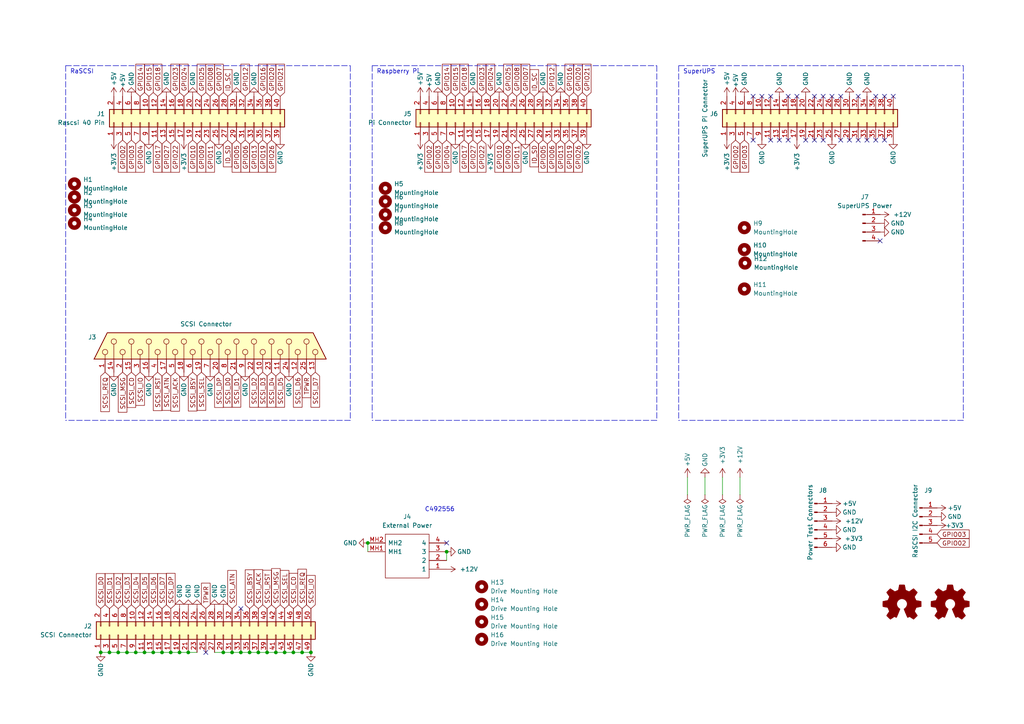
<source format=kicad_sch>
(kicad_sch (version 20211123) (generator eeschema)
  (paper "A4")
  (lib_symbols
    (symbol "Connector:Conn_01x04_Male" (pin_names (offset 1.016) hide)
      (property "Reference" "J" (at 0 5.08 0))
      (property "Value" "Conn_01x04_Male" (at 0 -7.62 0))
      (symbol "Conn_01x04_Male_1_1"
        (pin passive line (at 5.08 2.54 180) (length 3.81) (name "Pin_1") (number "1"))
        (pin passive line (at 5.08 0 180) (length 3.81) (name "Pin_2") (number "2"))
        (pin passive line (at 5.08 -2.54 180) (length 3.81) (name "Pin_3") (number "3"))
        (pin passive line (at 5.08 -5.08 180) (length 3.81) (name "Pin_4") (number "4"))
      )
    )
    (symbol "Connector:Conn_01x05_Male" (pin_names (offset 1.016) hide)
      (property "Reference" "J" (at 0 7.62 0))
      (property "Value" "Conn_01x05_Male" (at 0 -7.62 0))
      (symbol "Conn_01x05_Male_1_1"
        (pin passive line (at 5.08 5.08 180) (length 3.81) (name "Pin_1") (number "1"))
        (pin passive line (at 5.08 2.54 180) (length 3.81) (name "Pin_2") (number "2"))
        (pin passive line (at 5.08 0 180) (length 3.81) (name "Pin_3") (number "3"))
        (pin passive line (at 5.08 -2.54 180) (length 3.81) (name "Pin_4") (number "4"))
        (pin passive line (at 5.08 -5.08 180) (length 3.81) (name "Pin_5") (number "5"))
      )
    )
    (symbol "Connector:Conn_01x06_Male" (pin_names (offset 1.016) hide)
      (property "Reference" "J" (at 0 7.62 0))
      (property "Value" "Conn_01x06_Male" (at 0 -10.16 0))
      (symbol "Conn_01x06_Male_1_1"
        (pin passive line (at 5.08 5.08 180) (length 3.81) (name "Pin_1") (number "1"))
        (pin passive line (at 5.08 2.54 180) (length 3.81) (name "Pin_2") (number "2"))
        (pin passive line (at 5.08 0 180) (length 3.81) (name "Pin_3") (number "3"))
        (pin passive line (at 5.08 -2.54 180) (length 3.81) (name "Pin_4") (number "4"))
        (pin passive line (at 5.08 -5.08 180) (length 3.81) (name "Pin_5") (number "5"))
        (pin passive line (at 5.08 -7.62 180) (length 3.81) (name "Pin_6") (number "6"))
      )
    )
    (symbol "Connector:DB25_Female" (pin_names (offset 1.016) hide)
      (property "Reference" "J" (at 0 34.29 0))
      (property "Value" "DB25_Female" (at 0 -34.925 0))
      (symbol "DB25_Female_1_1"
        (pin passive line (at -7.62 30.48 0) (length 3.81) (name "1") (number "1"))
        (pin passive line (at -7.62 -15.24 0) (length 3.81) (name "10") (number "10"))
        (pin passive line (at -7.62 -20.32 0) (length 3.81) (name "11") (number "11"))
        (pin passive line (at -7.62 -25.4 0) (length 3.81) (name "12") (number "12"))
        (pin passive line (at -7.62 -30.48 0) (length 3.81) (name "13") (number "13"))
        (pin passive line (at -7.62 27.94 0) (length 3.81) (name "P14") (number "14"))
        (pin passive line (at -7.62 22.86 0) (length 3.81) (name "P15") (number "15"))
        (pin passive line (at -7.62 17.78 0) (length 3.81) (name "P16") (number "16"))
        (pin passive line (at -7.62 12.7 0) (length 3.81) (name "P17") (number "17"))
        (pin passive line (at -7.62 7.62 0) (length 3.81) (name "P18") (number "18"))
        (pin passive line (at -7.62 2.54 0) (length 3.81) (name "P19") (number "19"))
        (pin passive line (at -7.62 25.4 0) (length 3.81) (name "2") (number "2"))
        (pin passive line (at -7.62 -2.54 0) (length 3.81) (name "P20") (number "20"))
        (pin passive line (at -7.62 -7.62 0) (length 3.81) (name "P21") (number "21"))
        (pin passive line (at -7.62 -12.7 0) (length 3.81) (name "P22") (number "22"))
        (pin passive line (at -7.62 -17.78 0) (length 3.81) (name "P23") (number "23"))
        (pin passive line (at -7.62 -22.86 0) (length 3.81) (name "P24") (number "24"))
        (pin passive line (at -7.62 -27.94 0) (length 3.81) (name "P25") (number "25"))
        (pin passive line (at -7.62 20.32 0) (length 3.81) (name "3") (number "3"))
        (pin passive line (at -7.62 15.24 0) (length 3.81) (name "4") (number "4"))
        (pin passive line (at -7.62 10.16 0) (length 3.81) (name "5") (number "5"))
        (pin passive line (at -7.62 5.08 0) (length 3.81) (name "6") (number "6"))
        (pin passive line (at -7.62 0 0) (length 3.81) (name "7") (number "7"))
        (pin passive line (at -7.62 -5.08 0) (length 3.81) (name "8") (number "8"))
        (pin passive line (at -7.62 -10.16 0) (length 3.81) (name "9") (number "9"))
      )
    )
    (symbol "Connector_Generic:Conn_02x20_Odd_Even" (pin_names (offset 1.016) hide)
      (property "Reference" "J" (at 1.27 25.4 0))
      (property "Value" "Conn_02x20_Odd_Even" (at 1.27 -27.94 0))
      (symbol "Conn_02x20_Odd_Even_1_1"
        (pin passive line (at -5.08 22.86 0) (length 3.81) (name "Pin_1") (number "1"))
        (pin passive line (at 7.62 12.7 180) (length 3.81) (name "Pin_10") (number "10"))
        (pin passive line (at -5.08 10.16 0) (length 3.81) (name "Pin_11") (number "11"))
        (pin passive line (at 7.62 10.16 180) (length 3.81) (name "Pin_12") (number "12"))
        (pin passive line (at -5.08 7.62 0) (length 3.81) (name "Pin_13") (number "13"))
        (pin passive line (at 7.62 7.62 180) (length 3.81) (name "Pin_14") (number "14"))
        (pin passive line (at -5.08 5.08 0) (length 3.81) (name "Pin_15") (number "15"))
        (pin passive line (at 7.62 5.08 180) (length 3.81) (name "Pin_16") (number "16"))
        (pin passive line (at -5.08 2.54 0) (length 3.81) (name "Pin_17") (number "17"))
        (pin passive line (at 7.62 2.54 180) (length 3.81) (name "Pin_18") (number "18"))
        (pin passive line (at -5.08 0 0) (length 3.81) (name "Pin_19") (number "19"))
        (pin passive line (at 7.62 22.86 180) (length 3.81) (name "Pin_2") (number "2"))
        (pin passive line (at 7.62 0 180) (length 3.81) (name "Pin_20") (number "20"))
        (pin passive line (at -5.08 -2.54 0) (length 3.81) (name "Pin_21") (number "21"))
        (pin passive line (at 7.62 -2.54 180) (length 3.81) (name "Pin_22") (number "22"))
        (pin passive line (at -5.08 -5.08 0) (length 3.81) (name "Pin_23") (number "23"))
        (pin passive line (at 7.62 -5.08 180) (length 3.81) (name "Pin_24") (number "24"))
        (pin passive line (at -5.08 -7.62 0) (length 3.81) (name "Pin_25") (number "25"))
        (pin passive line (at 7.62 -7.62 180) (length 3.81) (name "Pin_26") (number "26"))
        (pin passive line (at -5.08 -10.16 0) (length 3.81) (name "Pin_27") (number "27"))
        (pin passive line (at 7.62 -10.16 180) (length 3.81) (name "Pin_28") (number "28"))
        (pin passive line (at -5.08 -12.7 0) (length 3.81) (name "Pin_29") (number "29"))
        (pin passive line (at -5.08 20.32 0) (length 3.81) (name "Pin_3") (number "3"))
        (pin passive line (at 7.62 -12.7 180) (length 3.81) (name "Pin_30") (number "30"))
        (pin passive line (at -5.08 -15.24 0) (length 3.81) (name "Pin_31") (number "31"))
        (pin passive line (at 7.62 -15.24 180) (length 3.81) (name "Pin_32") (number "32"))
        (pin passive line (at -5.08 -17.78 0) (length 3.81) (name "Pin_33") (number "33"))
        (pin passive line (at 7.62 -17.78 180) (length 3.81) (name "Pin_34") (number "34"))
        (pin passive line (at -5.08 -20.32 0) (length 3.81) (name "Pin_35") (number "35"))
        (pin passive line (at 7.62 -20.32 180) (length 3.81) (name "Pin_36") (number "36"))
        (pin passive line (at -5.08 -22.86 0) (length 3.81) (name "Pin_37") (number "37"))
        (pin passive line (at 7.62 -22.86 180) (length 3.81) (name "Pin_38") (number "38"))
        (pin passive line (at -5.08 -25.4 0) (length 3.81) (name "Pin_39") (number "39"))
        (pin passive line (at 7.62 20.32 180) (length 3.81) (name "Pin_4") (number "4"))
        (pin passive line (at 7.62 -25.4 180) (length 3.81) (name "Pin_40") (number "40"))
        (pin passive line (at -5.08 17.78 0) (length 3.81) (name "Pin_5") (number "5"))
        (pin passive line (at 7.62 17.78 180) (length 3.81) (name "Pin_6") (number "6"))
        (pin passive line (at -5.08 15.24 0) (length 3.81) (name "Pin_7") (number "7"))
        (pin passive line (at 7.62 15.24 180) (length 3.81) (name "Pin_8") (number "8"))
        (pin passive line (at -5.08 12.7 0) (length 3.81) (name "Pin_9") (number "9"))
      )
    )
    (symbol "Connector_Generic:Conn_02x25_Odd_Even" (pin_names (offset 1.016) hide)
      (property "Reference" "J" (at 1.27 33.02 0))
      (property "Value" "Conn_02x25_Odd_Even" (at 1.27 -33.02 0))
      (symbol "Conn_02x25_Odd_Even_1_1"
        (pin passive line (at -5.08 30.48 0) (length 3.81) (name "Pin_1") (number "1"))
        (pin passive line (at 7.62 20.32 180) (length 3.81) (name "Pin_10") (number "10"))
        (pin passive line (at -5.08 17.78 0) (length 3.81) (name "Pin_11") (number "11"))
        (pin passive line (at 7.62 17.78 180) (length 3.81) (name "Pin_12") (number "12"))
        (pin passive line (at -5.08 15.24 0) (length 3.81) (name "Pin_13") (number "13"))
        (pin passive line (at 7.62 15.24 180) (length 3.81) (name "Pin_14") (number "14"))
        (pin passive line (at -5.08 12.7 0) (length 3.81) (name "Pin_15") (number "15"))
        (pin passive line (at 7.62 12.7 180) (length 3.81) (name "Pin_16") (number "16"))
        (pin passive line (at -5.08 10.16 0) (length 3.81) (name "Pin_17") (number "17"))
        (pin passive line (at 7.62 10.16 180) (length 3.81) (name "Pin_18") (number "18"))
        (pin passive line (at -5.08 7.62 0) (length 3.81) (name "Pin_19") (number "19"))
        (pin passive line (at 7.62 30.48 180) (length 3.81) (name "Pin_2") (number "2"))
        (pin passive line (at 7.62 7.62 180) (length 3.81) (name "Pin_20") (number "20"))
        (pin passive line (at -5.08 5.08 0) (length 3.81) (name "Pin_21") (number "21"))
        (pin passive line (at 7.62 5.08 180) (length 3.81) (name "Pin_22") (number "22"))
        (pin passive line (at -5.08 2.54 0) (length 3.81) (name "Pin_23") (number "23"))
        (pin passive line (at 7.62 2.54 180) (length 3.81) (name "Pin_24") (number "24"))
        (pin passive line (at -5.08 0 0) (length 3.81) (name "Pin_25") (number "25"))
        (pin passive line (at 7.62 0 180) (length 3.81) (name "Pin_26") (number "26"))
        (pin passive line (at -5.08 -2.54 0) (length 3.81) (name "Pin_27") (number "27"))
        (pin passive line (at 7.62 -2.54 180) (length 3.81) (name "Pin_28") (number "28"))
        (pin passive line (at -5.08 -5.08 0) (length 3.81) (name "Pin_29") (number "29"))
        (pin passive line (at -5.08 27.94 0) (length 3.81) (name "Pin_3") (number "3"))
        (pin passive line (at 7.62 -5.08 180) (length 3.81) (name "Pin_30") (number "30"))
        (pin passive line (at -5.08 -7.62 0) (length 3.81) (name "Pin_31") (number "31"))
        (pin passive line (at 7.62 -7.62 180) (length 3.81) (name "Pin_32") (number "32"))
        (pin passive line (at -5.08 -10.16 0) (length 3.81) (name "Pin_33") (number "33"))
        (pin passive line (at 7.62 -10.16 180) (length 3.81) (name "Pin_34") (number "34"))
        (pin passive line (at -5.08 -12.7 0) (length 3.81) (name "Pin_35") (number "35"))
        (pin passive line (at 7.62 -12.7 180) (length 3.81) (name "Pin_36") (number "36"))
        (pin passive line (at -5.08 -15.24 0) (length 3.81) (name "Pin_37") (number "37"))
        (pin passive line (at 7.62 -15.24 180) (length 3.81) (name "Pin_38") (number "38"))
        (pin passive line (at -5.08 -17.78 0) (length 3.81) (name "Pin_39") (number "39"))
        (pin passive line (at 7.62 27.94 180) (length 3.81) (name "Pin_4") (number "4"))
        (pin passive line (at 7.62 -17.78 180) (length 3.81) (name "Pin_40") (number "40"))
        (pin passive line (at -5.08 -20.32 0) (length 3.81) (name "Pin_41") (number "41"))
        (pin passive line (at 7.62 -20.32 180) (length 3.81) (name "Pin_42") (number "42"))
        (pin passive line (at -5.08 -22.86 0) (length 3.81) (name "Pin_43") (number "43"))
        (pin passive line (at 7.62 -22.86 180) (length 3.81) (name "Pin_44") (number "44"))
        (pin passive line (at -5.08 -25.4 0) (length 3.81) (name "Pin_45") (number "45"))
        (pin passive line (at 7.62 -25.4 180) (length 3.81) (name "Pin_46") (number "46"))
        (pin passive line (at -5.08 -27.94 0) (length 3.81) (name "Pin_47") (number "47"))
        (pin passive line (at 7.62 -27.94 180) (length 3.81) (name "Pin_48") (number "48"))
        (pin passive line (at -5.08 -30.48 0) (length 3.81) (name "Pin_49") (number "49"))
        (pin passive line (at -5.08 25.4 0) (length 3.81) (name "Pin_5") (number "5"))
        (pin passive line (at 7.62 -30.48 180) (length 3.81) (name "Pin_50") (number "50"))
        (pin passive line (at 7.62 25.4 180) (length 3.81) (name "Pin_6") (number "6"))
        (pin passive line (at -5.08 22.86 0) (length 3.81) (name "Pin_7") (number "7"))
        (pin passive line (at 7.62 22.86 180) (length 3.81) (name "Pin_8") (number "8"))
        (pin passive line (at -5.08 20.32 0) (length 3.81) (name "Pin_9") (number "9"))
      )
    )
    (symbol "Graphic:Logo_Open_Hardware_Small" (pin_names (offset 1.016)))
    (symbol "Mechanical:MountingHole" (pin_names (offset 1.016))
      (property "Reference" "H" (at 0 5.08 0))
      (property "Value" "MountingHole" (at 0 3.175 0))
    )
    (symbol "SamacSys_Parts:174804-1" (pin_names (offset 0.762))
      (property "Reference" "J" (at 19.05 7.62 0))
      (property "Value" "174804-1" (at 19.05 5.08 0))
      (symbol "174804-1_0_0"
        (pin passive line (at 22.86 -7.62 180) (length 5.08) (name "1") (number "1"))
        (pin passive line (at 22.86 -5.08 180) (length 5.08) (name "2") (number "2"))
        (pin passive line (at 22.86 -2.54 180) (length 5.08) (name "3") (number "3"))
        (pin passive line (at 22.86 0 180) (length 5.08) (name "4") (number "4"))
        (pin passive line (at 0 -2.54 0) (length 5.08) (name "MH1") (number "MH1"))
        (pin passive line (at 0 0 0) (length 5.08) (name "MH2") (number "MH2"))
      )
    )
    (symbol "power:+12V" (power) (pin_names (offset 0))
      (property "Value" "+12V" (at 0 3.556 0))
      (symbol "+12V_1_1"
        (pin power_in line (at 0 0 90) (length 0) hide (name "+12V") (number "1"))
      )
    )
    (symbol "power:+3.3V" (power) (pin_names (offset 0))
      (property "Value" "+3.3V" (at 0 3.556 0))
      (symbol "+3.3V_1_1"
        (pin power_in line (at 0 0 90) (length 0) hide (name "+3V3") (number "1"))
      )
    )
    (symbol "power:+5V" (power) (pin_names (offset 0))
      (property "Value" "+5V" (at 0 3.556 0))
      (symbol "+5V_1_1"
        (pin power_in line (at 0 0 90) (length 0) hide (name "+5V") (number "1"))
      )
    )
    (symbol "power:GND" (power) (pin_names (offset 0))
      (property "Value" "GND" (at 0 -3.81 0))
      (symbol "GND_1_1"
        (pin power_in line (at 0 0 270) (length 0) hide (name "GND") (number "1"))
      )
    )
    (symbol "power:PWR_FLAG" (power) (pin_numbers hide) (pin_names (offset 0) hide)
      (property "Value" "PWR_FLAG" (at 0 3.81 0))
      (symbol "PWR_FLAG_0_0"
        (pin power_out line (at 0 0 90) (length 0) (name "pwr") (number "1"))
      )
    )
  )
  (junction (at 74.93 189.23))
  (junction (at 29.21 189.23))
  (junction (at 82.55 189.23))
  (junction (at 52.07 189.23))
  (junction (at 49.53 189.23))
  (junction (at 44.45 189.23))
  (junction (at 34.29 189.23))
  (junction (at 72.39 189.23))
  (junction (at 31.75 189.23))
  (junction (at 90.17 189.23))
  (junction (at 54.61 189.23))
  (junction (at 85.09 189.23))
  (junction (at 64.77 189.23))
  (junction (at 36.83 189.23))
  (junction (at 106.68 157.48))
  (junction (at 67.31 189.23))
  (junction (at 41.91 189.23))
  (junction (at 46.99 189.23))
  (junction (at 39.37 189.23))
  (junction (at 69.85 189.23))
  (junction (at 77.47 189.23))
  (junction (at 129.54 160.02))
  (junction (at 87.63 189.23))
  (junction (at 80.01 189.23))
  (no_connect (at 69.85 176.53))
  (no_connect (at 255.27 69.85))
  (no_connect (at 129.54 157.48))
  (no_connect (at 236.22 27.94))
  (no_connect (at 238.76 27.94))
  (no_connect (at 254 40.64))
  (no_connect (at 256.54 40.64))
  (no_connect (at 238.76 40.64))
  (no_connect (at 243.84 40.64))
  (no_connect (at 248.92 40.64))
  (no_connect (at 246.38 40.64))
  (no_connect (at 251.46 40.64))
  (no_connect (at 218.44 27.94))
  (no_connect (at 220.98 27.94))
  (no_connect (at 223.52 27.94))
  (no_connect (at 228.6 27.94))
  (no_connect (at 231.14 27.94))
  (no_connect (at 218.44 40.64))
  (no_connect (at 223.52 40.64))
  (no_connect (at 226.06 40.64))
  (no_connect (at 228.6 40.64))
  (no_connect (at 236.22 40.64))
  (no_connect (at 241.3 27.94))
  (no_connect (at 243.84 27.94))
  (no_connect (at 248.92 27.94))
  (no_connect (at 254 27.94))
  (no_connect (at 256.54 27.94))
  (no_connect (at 259.08 27.94))
  (no_connect (at 233.68 40.64))
  (no_connect (at 59.69 189.23))
  (wire (pts (xy 31.75 189.23) (xy 34.29 189.23)))
  (wire (pts (xy 74.93 189.23) (xy 77.47 189.23)))
  (wire (pts (xy 62.23 189.23) (xy 64.77 189.23)))
  (wire (pts (xy 87.63 189.23) (xy 90.17 189.23)))
  (wire (pts (xy 49.53 189.23) (xy 52.07 189.23)))
  (wire (pts (xy 46.99 189.23) (xy 49.53 189.23)))
  (polyline (pts (xy 19.05 19.05) (xy 19.05 121.92)))
  (wire (pts (xy 85.09 189.23) (xy 87.63 189.23)))
  (wire (pts (xy 80.01 189.23) (xy 82.55 189.23)))
  (wire (pts (xy 39.37 189.23) (xy 41.91 189.23)))
  (wire (pts (xy 34.29 189.23) (xy 36.83 189.23)))
  (polyline (pts (xy 279.4 121.92) (xy 196.85 121.92)))
  (wire (pts (xy 204.47 138.43) (xy 204.47 143.51)))
  (wire (pts (xy 67.31 189.23) (xy 69.85 189.23)))
  (wire (pts (xy 44.45 189.23) (xy 46.99 189.23)))
  (polyline (pts (xy 107.95 19.05) (xy 107.95 121.92)))
  (wire (pts (xy 69.85 189.23) (xy 72.39 189.23)))
  (wire (pts (xy 29.21 189.23) (xy 31.75 189.23)))
  (polyline (pts (xy 190.5 19.05) (xy 190.5 121.92)))
  (wire (pts (xy 41.91 189.23) (xy 44.45 189.23)))
  (wire (pts (xy 77.47 189.23) (xy 80.01 189.23)))
  (wire (pts (xy 199.39 138.43) (xy 199.39 143.51)))
  (polyline (pts (xy 107.95 19.05) (xy 190.5 19.05)))
  (polyline (pts (xy 196.85 19.05) (xy 196.85 121.92)))
  (polyline (pts (xy 196.85 19.05) (xy 279.4 19.05)))
  (wire (pts (xy 214.63 138.43) (xy 214.63 143.51)))
  (polyline (pts (xy 279.4 19.05) (xy 279.4 121.92)))
  (polyline (pts (xy 101.6 121.92) (xy 19.05 121.92)))
  (polyline (pts (xy 19.05 19.05) (xy 101.6 19.05)))
  (wire (pts (xy 52.07 189.23) (xy 54.61 189.23)))
  (wire (pts (xy 64.77 189.23) (xy 67.31 189.23)))
  (wire (pts (xy 36.83 189.23) (xy 39.37 189.23)))
  (polyline (pts (xy 190.5 121.92) (xy 107.95 121.92)))
  (wire (pts (xy 106.68 157.48) (xy 106.68 160.02)))
  (wire (pts (xy 82.55 189.23) (xy 85.09 189.23)))
  (polyline (pts (xy 101.6 19.05) (xy 101.6 121.92)))
  (wire (pts (xy 72.39 189.23) (xy 74.93 189.23)))
  (wire (pts (xy 129.54 160.02) (xy 129.54 162.56)))
  (wire (pts (xy 209.55 138.43) (xy 209.55 143.51)))
  (wire (pts (xy 54.61 189.23) (xy 57.15 189.23)))
  (text "C492556" (at 123.19 148.59 0) (effects (font (size 1.27 1.27)) (justify left bottom)))
  (text "RaSCSI" (at 20.32 21.59 0) (effects (font (size 1.27 1.27)) (justify left bottom)))
  (text "SuperUPS" (at 198.12 21.59 0) (effects (font (size 1.27 1.27)) (justify left bottom)))
  (text "Raspberry Pi" (at 109.22 21.59 0) (effects (font (size 1.27 1.27)) (justify left bottom)))
  (global_label "GPIO02" (shape input) (at 124.46 40.64 270) (property "Intersheet References" "${INTERSHEET_REFS}" (effects hide)))
  (global_label "GPIO11" (shape input) (at 149.86 40.64 270) (property "Intersheet References" "${INTERSHEET_REFS}" (effects hide)))
  (global_label "SCSI_D3" (shape input) (at 36.83 176.53 90) (property "Intersheet References" "${INTERSHEET_REFS}" (effects hide)))
  (global_label "SCSI_IO" (shape input) (at 90.17 176.53 90) (property "Intersheet References" "${INTERSHEET_REFS}" (effects hide)))
  (global_label "GPIO02" (shape input) (at 213.36 40.64 270) (property "Intersheet References" "${INTERSHEET_REFS}" (effects hide)))
  (global_label "SCSI_D6" (shape input) (at 44.45 176.53 90) (property "Intersheet References" "${INTERSHEET_REFS}" (effects hide)))
  (global_label "SCSI_CD" (shape input) (at 38.1 107.95 270) (property "Intersheet References" "${INTERSHEET_REFS}" (effects hide)))
  (global_label "GPIO16" (shape input) (at 165.1 27.94 90) (property "Intersheet References" "${INTERSHEET_REFS}" (effects hide)))
  (global_label "SCSI_D3" (shape input) (at 76.2 107.95 270) (property "Intersheet References" "${INTERSHEET_REFS}" (effects hide)))
  (global_label "SCSI_DP" (shape input) (at 63.5 107.95 270) (property "Intersheet References" "${INTERSHEET_REFS}" (effects hide)))
  (global_label "SCSI_ACK" (shape input) (at 74.93 176.53 90) (property "Intersheet References" "${INTERSHEET_REFS}" (effects hide)))
  (global_label "GPIO14" (shape input) (at 40.64 27.94 90) (property "Intersheet References" "${INTERSHEET_REFS}" (effects hide)))
  (global_label "GPIO06" (shape input) (at 71.12 40.64 270) (property "Intersheet References" "${INTERSHEET_REFS}" (effects hide)))
  (global_label "SCSI_SEL" (shape input) (at 82.55 176.53 90) (property "Intersheet References" "${INTERSHEET_REFS}" (effects hide)))
  (global_label "GPIO21" (shape input) (at 170.18 27.94 90) (property "Intersheet References" "${INTERSHEET_REFS}" (effects hide)))
  (global_label "GPIO22" (shape input) (at 50.8 40.64 270) (property "Intersheet References" "${INTERSHEET_REFS}" (effects hide)))
  (global_label "SCSI_REQ" (shape input) (at 30.48 107.95 270) (property "Intersheet References" "${INTERSHEET_REFS}" (effects hide)))
  (global_label "GPIO04" (shape input) (at 129.54 40.64 270) (property "Intersheet References" "${INTERSHEET_REFS}" (effects hide)))
  (global_label "GPIO02" (shape input) (at 271.78 157.48 0) (property "Intersheet References" "${INTERSHEET_REFS}" (effects hide)))
  (global_label "GPIO10" (shape input) (at 55.88 40.64 270) (property "Intersheet References" "${INTERSHEET_REFS}" (effects hide)))
  (global_label "SCSI_MSG" (shape input) (at 35.56 107.95 270) (property "Intersheet References" "${INTERSHEET_REFS}" (effects hide)))
  (global_label "SCSI_RST" (shape input) (at 77.47 176.53 90) (property "Intersheet References" "${INTERSHEET_REFS}" (effects hide)))
  (global_label "GPIO03" (shape input) (at 271.78 154.94 0) (property "Intersheet References" "${INTERSHEET_REFS}" (effects hide)))
  (global_label "GPIO09" (shape input) (at 147.32 40.64 270) (property "Intersheet References" "${INTERSHEET_REFS}" (effects hide)))
  (global_label "ID_SC" (shape input) (at 66.04 27.94 90) (property "Intersheet References" "${INTERSHEET_REFS}" (effects hide)))
  (global_label "GPIO26" (shape input) (at 167.64 40.64 270) (property "Intersheet References" "${INTERSHEET_REFS}" (effects hide)))
  (global_label "SCSI_D0" (shape input) (at 66.04 107.95 270) (property "Intersheet References" "${INTERSHEET_REFS}" (effects hide)))
  (global_label "GPIO26" (shape input) (at 78.74 40.64 270) (property "Intersheet References" "${INTERSHEET_REFS}" (effects hide)))
  (global_label "GPIO18" (shape input) (at 45.72 27.94 90) (property "Intersheet References" "${INTERSHEET_REFS}" (effects hide)))
  (global_label "SCSI_IO" (shape input) (at 40.64 107.95 270) (property "Intersheet References" "${INTERSHEET_REFS}" (effects hide)))
  (global_label "GPIO11" (shape input) (at 60.96 40.64 270) (property "Intersheet References" "${INTERSHEET_REFS}" (effects hide)))
  (global_label "SCSI_D1" (shape input) (at 31.75 176.53 90) (property "Intersheet References" "${INTERSHEET_REFS}" (effects hide)))
  (global_label "SCSI_SEL" (shape input) (at 58.42 107.95 270) (property "Intersheet References" "${INTERSHEET_REFS}" (effects hide)))
  (global_label "ID_SD" (shape input) (at 154.94 40.64 270) (property "Intersheet References" "${INTERSHEET_REFS}" (effects hide)))
  (global_label "GPIO08" (shape input) (at 60.96 27.94 90) (property "Intersheet References" "${INTERSHEET_REFS}" (effects hide)))
  (global_label "SCSI_D1" (shape input) (at 68.58 107.95 270) (property "Intersheet References" "${INTERSHEET_REFS}" (effects hide)))
  (global_label "SCSI_MSG" (shape input) (at 80.01 176.53 90) (property "Intersheet References" "${INTERSHEET_REFS}" (effects hide)))
  (global_label "GPIO16" (shape input) (at 76.2 27.94 90) (property "Intersheet References" "${INTERSHEET_REFS}" (effects hide)))
  (global_label "GPIO14" (shape input) (at 129.54 27.94 90) (property "Intersheet References" "${INTERSHEET_REFS}" (effects hide)))
  (global_label "GPIO13" (shape input) (at 162.56 40.64 270) (property "Intersheet References" "${INTERSHEET_REFS}" (effects hide)))
  (global_label "GPIO19" (shape input) (at 165.1 40.64 270) (property "Intersheet References" "${INTERSHEET_REFS}" (effects hide)))
  (global_label "SCSI_D0" (shape input) (at 29.21 176.53 90) (property "Intersheet References" "${INTERSHEET_REFS}" (effects hide)))
  (global_label "GPIO15" (shape input) (at 132.08 27.94 90) (property "Intersheet References" "${INTERSHEET_REFS}" (effects hide)))
  (global_label "SCSI_ATN" (shape input) (at 48.26 107.95 270) (property "Intersheet References" "${INTERSHEET_REFS}" (effects hide)))
  (global_label "GPIO20" (shape input) (at 167.64 27.94 90) (property "Intersheet References" "${INTERSHEET_REFS}" (effects hide)))
  (global_label "GPIO21" (shape input) (at 81.28 27.94 90) (property "Intersheet References" "${INTERSHEET_REFS}" (effects hide)))
  (global_label "SCSI_CD" (shape input) (at 85.09 176.53 90) (property "Intersheet References" "${INTERSHEET_REFS}" (effects hide)))
  (global_label "GPIO03" (shape input) (at 127 40.64 270) (property "Intersheet References" "${INTERSHEET_REFS}" (effects hide)))
  (global_label "TPWR" (shape input) (at 88.9 107.95 270) (property "Intersheet References" "${INTERSHEET_REFS}" (effects hide)))
  (global_label "SCSI_RST" (shape input) (at 45.72 107.95 270) (property "Intersheet References" "${INTERSHEET_REFS}" (effects hide)))
  (global_label "GPIO18" (shape input) (at 134.62 27.94 90) (property "Intersheet References" "${INTERSHEET_REFS}" (effects hide)))
  (global_label "GPIO04" (shape input) (at 40.64 40.64 270) (property "Intersheet References" "${INTERSHEET_REFS}" (effects hide)))
  (global_label "GPIO20" (shape input) (at 78.74 27.94 90) (property "Intersheet References" "${INTERSHEET_REFS}" (effects hide)))
  (global_label "SCSI_BSY" (shape input) (at 55.88 107.95 270) (property "Intersheet References" "${INTERSHEET_REFS}" (effects hide)))
  (global_label "SCSI_DP" (shape input) (at 49.53 176.53 90) (property "Intersheet References" "${INTERSHEET_REFS}" (effects hide)))
  (global_label "SCSI_D4" (shape input) (at 78.74 107.95 270) (property "Intersheet References" "${INTERSHEET_REFS}" (effects hide)))
  (global_label "SCSI_ACK" (shape input) (at 50.8 107.95 270) (property "Intersheet References" "${INTERSHEET_REFS}" (effects hide)))
  (global_label "GPIO24" (shape input) (at 53.34 27.94 90) (property "Intersheet References" "${INTERSHEET_REFS}" (effects hide)))
  (global_label "GPIO07" (shape input) (at 152.4 27.94 90) (property "Intersheet References" "${INTERSHEET_REFS}" (effects hide)))
  (global_label "SCSI_D2" (shape input) (at 34.29 176.53 90) (property "Intersheet References" "${INTERSHEET_REFS}" (effects hide)))
  (global_label "TPWR" (shape input) (at 59.69 176.53 90) (property "Intersheet References" "${INTERSHEET_REFS}" (effects hide)))
  (global_label "GPIO03" (shape input) (at 38.1 40.64 270) (property "Intersheet References" "${INTERSHEET_REFS}" (effects hide)))
  (global_label "ID_SC" (shape input) (at 154.94 27.94 90) (property "Intersheet References" "${INTERSHEET_REFS}" (effects hide)))
  (global_label "GPIO27" (shape input) (at 137.16 40.64 270) (property "Intersheet References" "${INTERSHEET_REFS}" (effects hide)))
  (global_label "GPIO08" (shape input) (at 149.86 27.94 90) (property "Intersheet References" "${INTERSHEET_REFS}" (effects hide)))
  (global_label "GPIO02" (shape input) (at 35.56 40.64 270) (property "Intersheet References" "${INTERSHEET_REFS}" (effects hide)))
  (global_label "GPIO23" (shape input) (at 139.7 27.94 90) (property "Intersheet References" "${INTERSHEET_REFS}" (effects hide)))
  (global_label "ID_SD" (shape input) (at 66.04 40.64 270) (property "Intersheet References" "${INTERSHEET_REFS}" (effects hide)))
  (global_label "GPIO23" (shape input) (at 50.8 27.94 90) (property "Intersheet References" "${INTERSHEET_REFS}" (effects hide)))
  (global_label "SCSI_D6" (shape input) (at 86.36 107.95 270) (property "Intersheet References" "${INTERSHEET_REFS}" (effects hide)))
  (global_label "GPIO15" (shape input) (at 43.18 27.94 90) (property "Intersheet References" "${INTERSHEET_REFS}" (effects hide)))
  (global_label "GPIO12" (shape input) (at 160.02 27.94 90) (property "Intersheet References" "${INTERSHEET_REFS}" (effects hide)))
  (global_label "GPIO05" (shape input) (at 68.58 40.64 270) (property "Intersheet References" "${INTERSHEET_REFS}" (effects hide)))
  (global_label "SCSI_D4" (shape input) (at 39.37 176.53 90) (property "Intersheet References" "${INTERSHEET_REFS}" (effects hide)))
  (global_label "GPIO10" (shape input) (at 144.78 40.64 270) (property "Intersheet References" "${INTERSHEET_REFS}" (effects hide)))
  (global_label "GPIO19" (shape input) (at 76.2 40.64 270) (property "Intersheet References" "${INTERSHEET_REFS}" (effects hide)))
  (global_label "GPIO05" (shape input) (at 157.48 40.64 270) (property "Intersheet References" "${INTERSHEET_REFS}" (effects hide)))
  (global_label "GPIO24" (shape input) (at 142.24 27.94 90) (property "Intersheet References" "${INTERSHEET_REFS}" (effects hide)))
  (global_label "SCSI_REQ" (shape input) (at 87.63 176.53 90) (property "Intersheet References" "${INTERSHEET_REFS}" (effects hide)))
  (global_label "GPIO13" (shape input) (at 73.66 40.64 270) (property "Intersheet References" "${INTERSHEET_REFS}" (effects hide)))
  (global_label "GPIO09" (shape input) (at 58.42 40.64 270) (property "Intersheet References" "${INTERSHEET_REFS}" (effects hide)))
  (global_label "GPIO27" (shape input) (at 48.26 40.64 270) (property "Intersheet References" "${INTERSHEET_REFS}" (effects hide)))
  (global_label "SCSI_D7" (shape input) (at 91.44 107.95 270) (property "Intersheet References" "${INTERSHEET_REFS}" (effects hide)))
  (global_label "GPIO03" (shape input) (at 215.9 40.64 270) (property "Intersheet References" "${INTERSHEET_REFS}" (effects hide)))
  (global_label "GPIO12" (shape input) (at 71.12 27.94 90) (property "Intersheet References" "${INTERSHEET_REFS}" (effects hide)))
  (global_label "SCSI_D5" (shape input) (at 41.91 176.53 90) (property "Intersheet References" "${INTERSHEET_REFS}" (effects hide)))
  (global_label "SCSI_BSY" (shape input) (at 72.39 176.53 90) (property "Intersheet References" "${INTERSHEET_REFS}" (effects hide)))
  (global_label "GPIO17" (shape input) (at 45.72 40.64 270) (property "Intersheet References" "${INTERSHEET_REFS}" (effects hide)))
  (global_label "GPIO25" (shape input) (at 58.42 27.94 90) (property "Intersheet References" "${INTERSHEET_REFS}" (effects hide)))
  (global_label "GPIO17" (shape input) (at 134.62 40.64 270) (property "Intersheet References" "${INTERSHEET_REFS}" (effects hide)))
  (global_label "SCSI_D2" (shape input) (at 73.66 107.95 270) (property "Intersheet References" "${INTERSHEET_REFS}" (effects hide)))
  (global_label "GPIO25" (shape input) (at 147.32 27.94 90) (property "Intersheet References" "${INTERSHEET_REFS}" (effects hide)))
  (global_label "SCSI_D7" (shape input) (at 46.99 176.53 90) (property "Intersheet References" "${INTERSHEET_REFS}" (effects hide)))
  (global_label "SCSI_D5" (shape input) (at 81.28 107.95 270) (property "Intersheet References" "${INTERSHEET_REFS}" (effects hide)))
  (global_label "GPIO07" (shape input) (at 63.5 27.94 90) (property "Intersheet References" "${INTERSHEET_REFS}" (effects hide)))
  (global_label "GPIO06" (shape input) (at 160.02 40.64 270) (property "Intersheet References" "${INTERSHEET_REFS}" (effects hide)))
  (global_label "SCSI_ATN" (shape input) (at 67.31 176.53 90) (property "Intersheet References" "${INTERSHEET_REFS}" (effects hide)))
  (global_label "GPIO22" (shape input) (at 139.7 40.64 270) (property "Intersheet References" "${INTERSHEET_REFS}" (effects hide)))
  (symbol (lib_id "power:GND") (at 129.54 160.02 90) (unit 1)
    (property "Reference" "#PWR02" (effects hide))
    (property "Value" "GND" (at 134.62 160.02 90))
  )
  (symbol (lib_id "power:GND") (at 241.3 153.67 90) (unit 1)
    (property "Reference" "#PWR011" (effects hide))
    (property "Value" "GND" (at 246.38 153.67 90))
  )
  (symbol (lib_id "power:GND") (at 144.78 27.94 180) (unit 1)
    (property "Reference" "#PWR0123" (effects hide))
    (property "Value" "GND" (at 144.78 22.86 90))
  )
  (symbol (lib_id "power:GND") (at 220.98 40.64 0) (unit 1)
    (property "Reference" "#PWR0136" (effects hide))
    (property "Value" "GND" (at 220.98 45.72 90))
  )
  (symbol (lib_id "power:GND") (at 53.34 107.95 0) (unit 1)
    (property "Reference" "#PWR0143" (effects hide))
    (property "Value" "GND" (at 53.34 113.03 90))
  )
  (symbol (lib_id "power:+5V") (at 121.92 27.94 0) (unit 1)
    (property "Reference" "#PWR0105" (effects hide))
    (property "Value" "+5V" (at 121.92 22.86 90))
  )
  (symbol (lib_id "power:GND") (at 255.27 67.31 90) (unit 1)
    (property "Reference" "#PWR0129" (effects hide))
    (property "Value" "GND" (at 260.35 67.31 90))
  )
  (symbol (lib_id "power:+3.3V") (at 231.14 40.64 180) (unit 1)
    (property "Reference" "#PWR0137" (effects hide))
    (property "Value" "+3.3V" (at 231.14 46.99 90))
  )
  (symbol (lib_id "power:PWR_FLAG") (at 204.47 143.51 180) (unit 1)
    (property "Reference" "#FLG02" (effects hide))
    (property "Value" "PWR_FLAG" (at 204.47 151.13 90))
  )
  (symbol (lib_id "Mechanical:MountingHole") (at 111.76 58.42 0) (unit 1)
    (property "Reference" "H6" (at 114.3 57.1499 0) (effects (justify left)))
    (property "Value" "MountingHole" (at 114.3 59.6899 0) (effects (justify left)))
    (property "Footprint" "MountingHole:MountingHole_2.7mm_M2.5" (effects hide))
  )
  (symbol (lib_id "Mechanical:MountingHole") (at 21.59 64.77 0) (unit 1)
    (property "Reference" "H4" (at 24.13 63.4999 0) (effects (justify left)))
    (property "Value" "MountingHole" (at 24.13 66.0399 0) (effects (justify left)))
    (property "Footprint" "MountingHole:MountingHole_2.7mm_M2.5" (effects hide))
  )
  (symbol (lib_id "power:+3.3V") (at 53.34 40.64 180) (unit 1)
    (property "Reference" "#PWR0120" (effects hide))
    (property "Value" "+3.3V" (at 53.34 46.99 90))
  )
  (symbol (lib_id "power:GND") (at 246.38 27.94 180) (unit 1)
    (property "Reference" "#PWR0132" (effects hide))
    (property "Value" "GND" (at 246.38 22.86 90))
  )
  (symbol (lib_id "Connector:DB25_Female") (at 60.96 100.33 90) (unit 1)
    (property "Reference" "J3" (at 27.94 97.7899 90) (effects (justify left)))
    (property "Value" "SCSI Connector" (at 67.31 93.98 90) (effects (justify left)))
    (property "Footprint" "Connector_Dsub:DSUB-25_Female_Vertical_P2.77x2.84mm" (effects hide))
    (property "Datasheet" " ~" (effects hide))
  )
  (symbol (lib_id "power:+5V") (at 35.56 27.94 0) (unit 1)
    (property "Reference" "#PWR0112" (effects hide))
    (property "Value" "+5V" (at 35.56 25.4 90) (effects (justify left)))
  )
  (symbol (lib_id "Graphic:Logo_Open_Hardware_Small") (at 261.62 175.26 0) (unit 1)
    (property "Reference" "#LOGO?" (effects hide))
    (property "Value" "Logo_Open_Hardware_Small" (effects hide))
    (property "Footprint" "Symbol:KiCad-Logo2_5mm_Copper" (effects hide))
  )
  (symbol (lib_id "power:GND") (at 33.02 107.95 0) (unit 1)
    (property "Reference" "#PWR0141" (effects hide))
    (property "Value" "GND" (at 33.02 113.03 90))
  )
  (symbol (lib_id "power:GND") (at 241.3 40.64 0) (unit 1)
    (property "Reference" "#PWR0135" (effects hide))
    (property "Value" "GND" (at 241.3 45.72 90))
  )
  (symbol (lib_id "power:GND") (at 132.08 40.64 0) (unit 1)
    (property "Reference" "#PWR0101" (effects hide))
    (property "Value" "GND" (at 132.08 45.72 90))
  )
  (symbol (lib_id "power:+5V") (at 210.82 27.94 0) (unit 1)
    (property "Reference" "#PWR0126" (effects hide))
    (property "Value" "+5V" (at 210.82 22.86 90))
  )
  (symbol (lib_id "power:GND") (at 106.68 157.48 270) (unit 1)
    (property "Reference" "#PWR01" (effects hide))
    (property "Value" "GND" (at 101.6 157.48 90))
  )
  (symbol (lib_id "power:GND") (at 170.18 40.64 0) (unit 1)
    (property "Reference" "#PWR0104" (effects hide))
    (property "Value" "GND" (at 170.18 45.72 90))
  )
  (symbol (lib_id "power:+3.3V") (at 241.3 156.21 270) (unit 1)
    (property "Reference" "#PWR012" (effects hide))
    (property "Value" "+3.3V" (at 247.65 156.21 90))
  )
  (symbol (lib_id "power:GND") (at 226.06 27.94 180) (unit 1)
    (property "Reference" "#PWR0134" (effects hide))
    (property "Value" "GND" (at 226.06 22.86 90))
  )
  (symbol (lib_id "power:+12V") (at 241.3 151.13 270) (unit 1)
    (property "Reference" "#PWR010" (effects hide))
    (property "Value" "+12V" (at 245.11 151.13 90) (effects (justify left)))
  )
  (symbol (lib_id "power:GND") (at 215.9 27.94 180) (unit 1)
    (property "Reference" "#PWR0127" (effects hide))
    (property "Value" "GND" (at 215.9 22.86 90))
  )
  (symbol (lib_id "SamacSys_Parts:174804-1") (at 106.68 157.48 0) (unit 1)
    (property "Reference" "J4" (at 118.11 149.86 0))
    (property "Value" "External Power" (at 118.11 152.4 0))
    (property "Footprint" "1748041" (effects hide))
    (property "Datasheet" "https://componentsearchengine.com/Datasheets/1/174804-1.pdf" (effects hide))
    (property "Description" "TE Connectivity MATE-N-LOK Series, 5.08mm Pitch 4 Way Right Angle PCB Header, Solder Termination, 13A" (effects hide))
    (property "Height" "9.2" (effects hide))
    (property "Mouser Part Number" "571-1748041" (effects hide))
    (property "Mouser Price/Stock" "https://www.mouser.com/Search/Refine.aspx?Keyword=571-1748041" (effects hide))
    (property "Manufacturer_Name" "TE Connectivity" (effects hide))
    (property "Manufacturer_Part_Number" "174804-1" (effects hide))
    (property "LCSC" "C492556" (effects hide))
  )
  (symbol (lib_id "Connector:Conn_01x05_Male") (at 266.7 152.4 0) (unit 1)
    (property "Reference" "J9" (at 269.24 142.24 0))
    (property "Value" "RaSCSI I2C Connector" (at 265.43 151.13 90))
    (property "Footprint" "Connector_PinHeader_2.54mm:PinHeader_1x05_P2.54mm_Vertical" (effects hide))
  )
  (symbol (lib_id "power:GND") (at 29.21 189.23 0) (unit 1)
    (property "Reference" "#PWR0147" (effects hide))
    (property "Value" "GND" (at 29.21 194.31 90))
  )
  (symbol (lib_id "power:GND") (at 52.07 176.53 180) (unit 1)
    (property "Reference" "#PWR0148" (effects hide))
    (property "Value" "GND" (at 52.07 171.45 90))
  )
  (symbol (lib_id "Connector:Conn_01x06_Male") (at 236.22 151.13 0) (unit 1)
    (property "Reference" "J8" (at 237.49 142.24 0) (effects (justify left)))
    (property "Value" "Power Test Connectors" (at 234.95 162.56 90) (effects (justify left)))
    (property "Footprint" "Connector_PinHeader_2.54mm:PinHeader_1x06_P2.54mm_Vertical" (effects hide))
  )
  (symbol (lib_id "power:GND") (at 68.58 27.94 180) (unit 1)
    (property "Reference" "#PWR0118" (effects hide))
    (property "Value" "GND" (at 68.58 22.86 90))
  )
  (symbol (lib_id "power:+5V") (at 124.46 27.94 0) (unit 1)
    (property "Reference" "#PWR0106" (effects hide))
    (property "Value" "+5V" (at 124.46 25.4 90) (effects (justify left)))
  )
  (symbol (lib_id "power:GND") (at 64.77 176.53 180) (unit 1)
    (property "Reference" "#PWR0152" (effects hide))
    (property "Value" "GND" (at 64.77 171.45 90))
  )
  (symbol (lib_id "Mechanical:MountingHole") (at 139.7 175.26 0) (unit 1)
    (property "Reference" "H14" (at 142.24 173.9899 0) (effects (justify left)))
    (property "Value" "Drive Mounting Hole" (at 142.24 176.5299 0) (effects (justify left)))
    (property "Footprint" "MountingHole:MountingHole_3.2mm_M3" (effects hide))
  )
  (symbol (lib_id "power:+5V") (at 271.78 147.32 270) (unit 1)
    (property "Reference" "#PWR014" (effects hide))
    (property "Value" "+5V" (at 276.86 147.32 90))
  )
  (symbol (lib_id "power:+3.3V") (at 271.78 152.4 270) (unit 1)
    (property "Reference" "#PWR016" (effects hide))
    (property "Value" "+3.3V" (at 276.86 152.4 90))
  )
  (symbol (lib_id "Mechanical:MountingHole") (at 215.9 83.82 0) (unit 1)
    (property "Reference" "H11" (at 218.44 82.5499 0) (effects (justify left)))
    (property "Value" "MountingHole" (at 218.44 85.0899 0) (effects (justify left)))
    (property "Footprint" "MountingHole:MountingHole_2.7mm_M2.5" (effects hide))
  )
  (symbol (lib_id "power:GND") (at 63.5 40.64 0) (unit 1)
    (property "Reference" "#PWR0111" (effects hide))
    (property "Value" "GND" (at 63.5 45.72 90))
  )
  (symbol (lib_id "power:GND") (at 241.3 158.75 90) (unit 1)
    (property "Reference" "#PWR013" (effects hide))
    (property "Value" "GND" (at 246.38 158.75 90))
  )
  (symbol (lib_id "power:GND") (at 83.82 107.95 0) (unit 1)
    (property "Reference" "#PWR0140" (effects hide))
    (property "Value" "GND" (at 83.82 113.03 90))
  )
  (symbol (lib_id "power:+5V") (at 241.3 146.05 270) (unit 1)
    (property "Reference" "#PWR08" (effects hide))
    (property "Value" "+5V" (at 246.38 146.05 90))
  )
  (symbol (lib_id "power:GND") (at 38.1 27.94 180) (unit 1)
    (property "Reference" "#PWR0114" (effects hide))
    (property "Value" "GND" (at 38.1 22.86 90))
  )
  (symbol (lib_id "power:GND") (at 81.28 40.64 0) (unit 1)
    (property "Reference" "#PWR0110" (effects hide))
    (property "Value" "GND" (at 81.28 45.72 90))
  )
  (symbol (lib_id "Mechanical:MountingHole") (at 21.59 60.96 0) (unit 1)
    (property "Reference" "H3" (at 24.13 59.6899 0) (effects (justify left)))
    (property "Value" "MountingHole" (at 24.13 62.2299 0) (effects (justify left)))
    (property "Footprint" "MountingHole:MountingHole_2.7mm_M2.5" (effects hide))
  )
  (symbol (lib_id "Connector:Conn_01x04_Male") (at 250.19 64.77 0) (unit 1)
    (property "Reference" "J7" (at 250.825 57.15 0))
    (property "Value" "SuperUPS Power" (at 250.825 59.69 0))
    (property "Footprint" "Connector_PinHeader_2.54mm:PinHeader_1x04_P2.54mm_Vertical" (effects hide))
  )
  (symbol (lib_id "power:+5V") (at 199.39 138.43 0) (unit 1)
    (property "Reference" "#PWR04" (effects hide))
    (property "Value" "+5V" (at 199.39 133.35 90))
  )
  (symbol (lib_id "power:+3.3V") (at 142.24 40.64 180) (unit 1)
    (property "Reference" "#PWR0103" (effects hide))
    (property "Value" "+3.3V" (at 142.24 46.99 90))
  )
  (symbol (lib_id "power:GND") (at 60.96 107.95 0) (unit 1)
    (property "Reference" "#PWR0142" (effects hide))
    (property "Value" "GND" (at 60.96 113.03 90))
  )
  (symbol (lib_id "power:GND") (at 137.16 27.94 180) (unit 1)
    (property "Reference" "#PWR0124" (effects hide))
    (property "Value" "GND" (at 137.16 22.86 90))
  )
  (symbol (lib_id "power:+3.3V") (at 209.55 138.43 0) (unit 1)
    (property "Reference" "#PWR06" (effects hide))
    (property "Value" "+3.3V" (at 209.55 132.08 90))
  )
  (symbol (lib_id "Graphic:Logo_Open_Hardware_Small") (at 275.59 175.26 0) (unit 1)
    (property "Reference" "#LOGO1" (effects hide))
    (property "Value" "Logo_Open_Hardware_Small" (effects hide))
    (property "Footprint" "Symbol:OSHW-Logo2_7.3x6mm_Copper" (effects hide))
  )
  (symbol (lib_id "Connector_Generic:Conn_02x20_Odd_Even") (at 144.78 35.56 90) (unit 1)
    (property "Reference" "J5" (at 119.38 33.0199 90) (effects (justify left)))
    (property "Value" "Pi Connector" (at 119.38 35.5599 90) (effects (justify left)))
    (property "Footprint" "Connector_PinHeader_2.54mm:PinHeader_2x20_P2.54mm_Vertical" (effects hide))
  )
  (symbol (lib_id "power:GND") (at 73.66 27.94 180) (unit 1)
    (property "Reference" "#PWR0109" (effects hide))
    (property "Value" "GND" (at 73.66 22.86 90))
  )
  (symbol (lib_id "Mechanical:MountingHole") (at 21.59 57.15 0) (unit 1)
    (property "Reference" "H2" (at 24.13 55.8799 0) (effects (justify left)))
    (property "Value" "MountingHole" (at 24.13 58.4199 0) (effects (justify left)))
    (property "Footprint" "MountingHole:MountingHole_2.7mm_M2.5" (effects hide))
  )
  (symbol (lib_id "power:GND") (at 55.88 27.94 180) (unit 1)
    (property "Reference" "#PWR0119" (effects hide))
    (property "Value" "GND" (at 55.88 22.86 90))
  )
  (symbol (lib_id "power:GND") (at 162.56 27.94 180) (unit 1)
    (property "Reference" "#PWR0121" (effects hide))
    (property "Value" "GND" (at 162.56 22.86 90))
  )
  (symbol (lib_id "Mechanical:MountingHole") (at 215.9 66.04 0) (unit 1)
    (property "Reference" "H9" (at 218.44 64.7699 0) (effects (justify left)))
    (property "Value" "MountingHole" (at 218.44 67.3099 0) (effects (justify left)))
    (property "Footprint" "MountingHole:MountingHole_2.7mm_M2.5" (effects hide))
  )
  (symbol (lib_id "Mechanical:MountingHole") (at 111.76 62.23 0) (unit 1)
    (property "Reference" "H7" (at 114.3 60.9599 0) (effects (justify left)))
    (property "Value" "MountingHole" (at 114.3 63.4999 0) (effects (justify left)))
    (property "Footprint" "MountingHole:MountingHole_2.7mm_M2.5" (effects hide))
  )
  (symbol (lib_id "Mechanical:MountingHole") (at 139.7 180.34 0) (unit 1)
    (property "Reference" "H15" (at 142.24 179.0699 0) (effects (justify left)))
    (property "Value" "Drive Mounting Hole" (at 142.24 181.6099 0) (effects (justify left)))
    (property "Footprint" "MountingHole:MountingHole_3.2mm_M3" (effects hide))
  )
  (symbol (lib_id "power:GND") (at 48.26 27.94 180) (unit 1)
    (property "Reference" "#PWR0116" (effects hide))
    (property "Value" "GND" (at 48.26 22.86 90))
  )
  (symbol (lib_id "power:+5V") (at 213.36 27.94 0) (unit 1)
    (property "Reference" "#PWR0128" (effects hide))
    (property "Value" "+5V" (at 213.36 25.4 90) (effects (justify left)))
  )
  (symbol (lib_id "power:+3.3V") (at 33.02 40.64 180) (unit 1)
    (property "Reference" "#PWR0115" (effects hide))
    (property "Value" "+3.3V" (at 33.02 46.99 90))
  )
  (symbol (lib_id "power:GND") (at 204.47 138.43 180) (unit 1)
    (property "Reference" "#PWR05" (effects hide))
    (property "Value" "GND" (at 204.47 133.35 90))
  )
  (symbol (lib_id "power:+12V") (at 255.27 62.23 270) (unit 1)
    (property "Reference" "#PWR0139" (effects hide))
    (property "Value" "+12V" (at 259.08 62.2299 90) (effects (justify left)))
  )
  (symbol (lib_id "Connector_Generic:Conn_02x25_Odd_Even") (at 59.69 184.15 90) (unit 1)
    (property "Reference" "J2" (at 26.67 181.6099 90) (effects (justify left)))
    (property "Value" "SCSI Connector" (at 26.67 184.1499 90) (effects (justify left)))
    (property "Footprint" "Connector_PinHeader_2.54mm:PinHeader_2x25_P2.54mm_Horizontal" (effects hide))
  )
  (symbol (lib_id "Mechanical:MountingHole") (at 215.9 72.39 0) (unit 1)
    (property "Reference" "H10" (at 218.44 71.1199 0) (effects (justify left)))
    (property "Value" "MountingHole" (at 218.44 73.6599 0) (effects (justify left)))
    (property "Footprint" "MountingHole:MountingHole_2.7mm_M2.5" (effects hide))
  )
  (symbol (lib_id "Mechanical:MountingHole") (at 21.59 53.34 0) (unit 1)
    (property "Reference" "H1" (at 24.13 52.0699 0) (effects (justify left)))
    (property "Value" "MountingHole" (at 24.13 54.6099 0) (effects (justify left)))
    (property "Footprint" "MountingHole:MountingHole_2.7mm_M2.5" (effects hide))
  )
  (symbol (lib_id "Mechanical:MountingHole") (at 216.0836 76.3001 0) (unit 1)
    (property "Reference" "H12" (at 218.6236 75.03 0) (effects (justify left)))
    (property "Value" "MountingHole" (at 218.6236 77.57 0) (effects (justify left)))
    (property "Footprint" "MountingHole:MountingHole_2.7mm_M2.5" (effects hide))
  )
  (symbol (lib_id "power:GND") (at 152.4 40.64 0) (unit 1)
    (property "Reference" "#PWR0102" (effects hide))
    (property "Value" "GND" (at 152.4 45.72 90))
  )
  (symbol (lib_id "power:PWR_FLAG") (at 199.39 143.51 180) (unit 1)
    (property "Reference" "#FLG01" (effects hide))
    (property "Value" "PWR_FLAG" (at 199.39 151.13 90))
  )
  (symbol (lib_id "power:GND") (at 43.18 107.95 0) (unit 1)
    (property "Reference" "#PWR0145" (effects hide))
    (property "Value" "GND" (at 43.18 113.03 90))
  )
  (symbol (lib_id "Connector_Generic:Conn_02x20_Odd_Even") (at 55.88 35.56 90) (unit 1)
    (property "Reference" "J1" (at 30.48 33.0199 90) (effects (justify left)))
    (property "Value" "Rascsi 40 Pin" (at 30.48 35.5599 90) (effects (justify left)))
    (property "Footprint" "Connector_PinHeader_2.54mm:PinHeader_2x20_P2.54mm_Vertical" (effects hide))
  )
  (symbol (lib_id "power:PWR_FLAG") (at 209.55 143.51 180) (unit 1)
    (property "Reference" "#FLG03" (effects hide))
    (property "Value" "PWR_FLAG" (at 209.55 151.13 90))
  )
  (symbol (lib_id "power:GND") (at 127 27.94 180) (unit 1)
    (property "Reference" "#PWR0107" (effects hide))
    (property "Value" "GND" (at 127 22.86 90))
  )
  (symbol (lib_id "power:GND") (at 90.17 189.23 0) (unit 1)
    (property "Reference" "#PWR0146" (effects hide))
    (property "Value" "GND" (at 90.17 194.31 90))
  )
  (symbol (lib_id "Mechanical:MountingHole") (at 111.76 66.04 0) (unit 1)
    (property "Reference" "H8" (at 114.3 64.7699 0) (effects (justify left)))
    (property "Value" "MountingHole" (at 114.3 67.3099 0) (effects (justify left)))
    (property "Footprint" "MountingHole:MountingHole_2.7mm_M2.5" (effects hide))
  )
  (symbol (lib_id "Mechanical:MountingHole") (at 139.7 185.42 0) (unit 1)
    (property "Reference" "H16" (at 142.24 184.1499 0) (effects (justify left)))
    (property "Value" "Drive Mounting Hole" (at 142.24 186.6899 0) (effects (justify left)))
    (property "Footprint" "MountingHole:MountingHole_3.2mm_M3" (effects hide))
  )
  (symbol (lib_id "power:GND") (at 259.08 40.64 0) (unit 1)
    (property "Reference" "#PWR0130" (effects hide))
    (property "Value" "GND" (at 259.08 45.72 90))
  )
  (symbol (lib_id "power:GND") (at 271.78 149.86 90) (unit 1)
    (property "Reference" "#PWR015" (effects hide))
    (property "Value" "GND" (at 276.86 149.86 90))
  )
  (symbol (lib_id "power:GND") (at 71.12 107.95 0) (unit 1)
    (property "Reference" "#PWR0144" (effects hide))
    (property "Value" "GND" (at 71.12 113.03 90))
  )
  (symbol (lib_id "Connector_Generic:Conn_02x20_Odd_Even") (at 233.68 35.56 90) (unit 1)
    (property "Reference" "J6" (at 208.28 33.0199 90) (effects (justify left)))
    (property "Value" "SuperUPS Pi Connector" (at 204.47 45.72 0) (effects (justify left)))
    (property "Footprint" "Connector_PinHeader_2.54mm:PinHeader_2x20_P2.54mm_Vertical" (effects hide))
  )
  (symbol (lib_id "power:+3.3V") (at 121.92 40.64 180) (unit 1)
    (property "Reference" "#PWR0108" (effects hide))
    (property "Value" "+3.3V" (at 121.92 46.99 90))
  )
  (symbol (lib_id "Mechanical:MountingHole") (at 111.76 54.61 0) (unit 1)
    (property "Reference" "H5" (at 114.3 53.3399 0) (effects (justify left)))
    (property "Value" "MountingHole" (at 114.3 55.8799 0) (effects (justify left)))
    (property "Footprint" "MountingHole:MountingHole_2.7mm_M2.5" (effects hide))
  )
  (symbol (lib_id "power:GND") (at 251.46 27.94 180) (unit 1)
    (property "Reference" "#PWR0133" (effects hide))
    (property "Value" "GND" (at 251.46 22.86 90))
  )
  (symbol (lib_id "power:GND") (at 43.18 40.64 0) (unit 1)
    (property "Reference" "#PWR0117" (effects hide))
    (property "Value" "GND" (at 43.18 45.72 90))
  )
  (symbol (lib_id "power:GND") (at 62.23 176.53 180) (unit 1)
    (property "Reference" "#PWR0151" (effects hide))
    (property "Value" "GND" (at 62.23 171.45 90))
  )
  (symbol (lib_id "power:+12V") (at 214.63 138.43 0) (unit 1)
    (property "Reference" "#PWR07" (effects hide))
    (property "Value" "+12V" (at 214.63 134.62 90) (effects (justify left)))
  )
  (symbol (lib_id "power:GND") (at 157.48 27.94 180) (unit 1)
    (property "Reference" "#PWR0122" (effects hide))
    (property "Value" "GND" (at 157.48 22.86 90))
  )
  (symbol (lib_id "Mechanical:MountingHole") (at 139.7 170.18 0) (unit 1)
    (property "Reference" "H13" (at 142.24 168.9099 0) (effects (justify left)))
    (property "Value" "Drive Mounting Hole" (at 142.24 171.4499 0) (effects (justify left)))
    (property "Footprint" "MountingHole:MountingHole_3.2mm_M3" (effects hide))
  )
  (symbol (lib_id "power:PWR_FLAG") (at 214.63 143.51 180) (unit 1)
    (property "Reference" "#FLG04" (effects hide))
    (property "Value" "PWR_FLAG" (at 214.63 151.13 90))
  )
  (symbol (lib_id "power:+5V") (at 33.02 27.94 0) (unit 1)
    (property "Reference" "#PWR0113" (effects hide))
    (property "Value" "+5V" (at 33.02 22.86 90))
  )
  (symbol (lib_id "power:+3.3V") (at 210.82 40.64 180) (unit 1)
    (property "Reference" "#PWR0125" (effects hide))
    (property "Value" "+3.3V" (at 210.82 46.99 90))
  )
  (symbol (lib_id "power:GND") (at 57.15 176.53 180) (unit 1)
    (property "Reference" "#PWR0150" (effects hide))
    (property "Value" "GND" (at 57.15 171.45 90))
  )
  (symbol (lib_id "power:GND") (at 255.27 64.77 90) (unit 1)
    (property "Reference" "#PWR0138" (effects hide))
    (property "Value" "GND" (at 260.35 64.77 90))
  )
  (symbol (lib_id "power:GND") (at 54.61 176.53 180) (unit 1)
    (property "Reference" "#PWR0149" (effects hide))
    (property "Value" "GND" (at 54.61 171.45 90))
  )
  (symbol (lib_id "power:+12V") (at 129.54 165.1 270) (unit 1)
    (property "Reference" "#PWR03" (effects hide))
    (property "Value" "+12V" (at 133.35 165.0999 90) (effects (justify left)))
  )
  (symbol (lib_id "power:GND") (at 233.68 27.94 180) (unit 1)
    (property "Reference" "#PWR0131" (effects hide))
    (property "Value" "GND" (at 233.68 22.86 90))
  )
  (symbol (lib_id "power:GND") (at 241.3 148.59 90) (unit 1)
    (property "Reference" "#PWR09" (effects hide))
    (property "Value" "GND" (at 246.38 148.59 90))
  )
)
</source>
